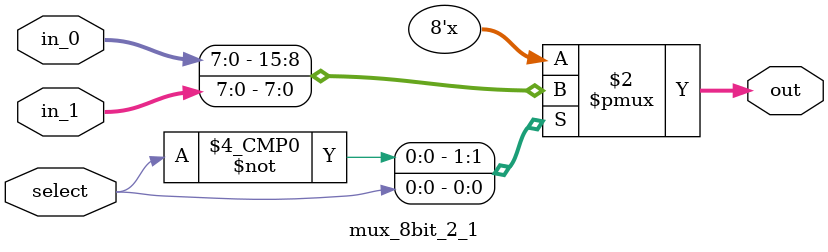
<source format=v>
`timescale 1ns / 1ps


module mux_8bit_2_1(
    output reg [7:0] out,
    input wire [7:0] in_0,
    input wire [7:0] in_1,
    input select
);


always @(*) begin 

    case(select) 
        1'b0: out = in_0;
        1'b1: out = in_1;
        default: out = in_0;
    endcase
end
    

endmodule

</source>
